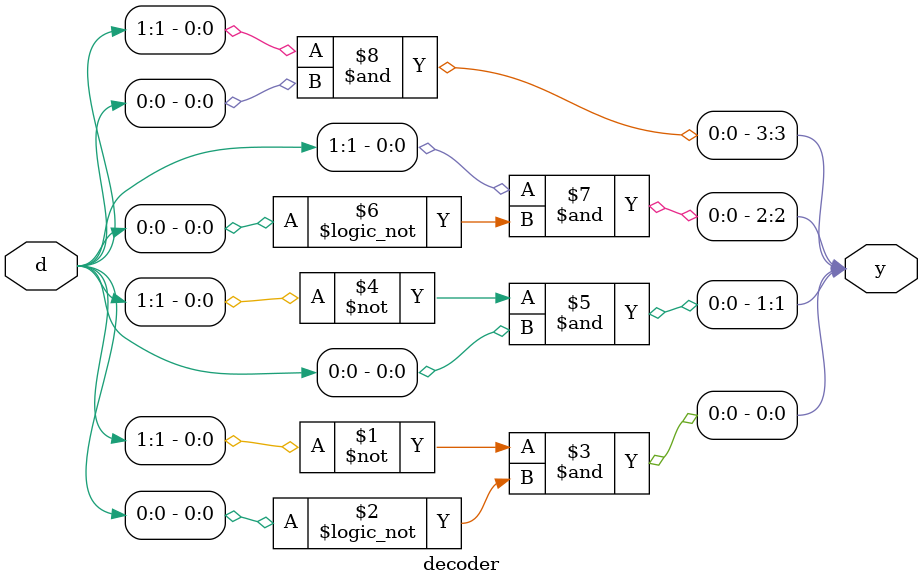
<source format=v>
module decoder (input [1:0]d,output [3:0]y);
assign y[0]=~d[1]&!d[0];
assign y[1]=~d[1]&d[0];
assign y[2]=d[1]&!d[0];
assign y[3]=d[1]&d[0];

endmodule



</source>
